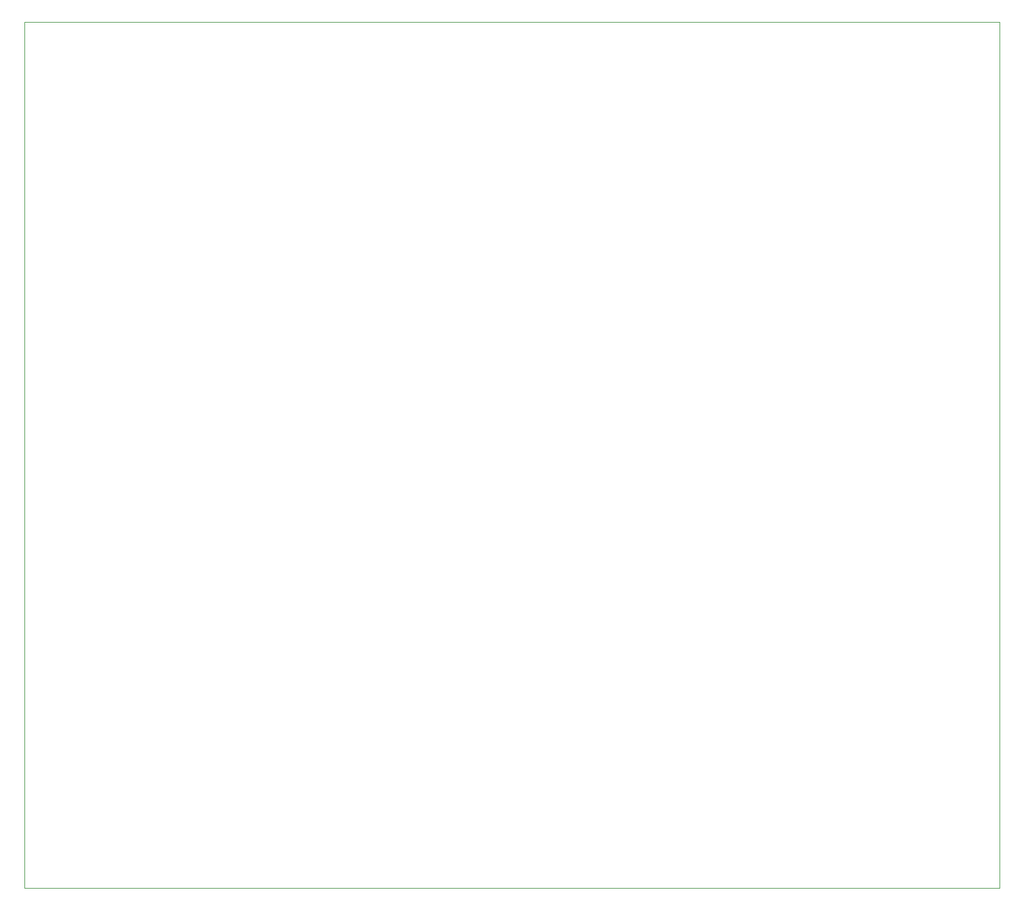
<source format=gm1>
%TF.GenerationSoftware,KiCad,Pcbnew,9.0.0*%
%TF.CreationDate,2025-12-10T15:51:30-08:00*%
%TF.ProjectId,cap_bank,6361705f-6261-46e6-9b2e-6b696361645f,rev?*%
%TF.SameCoordinates,Original*%
%TF.FileFunction,Profile,NP*%
%FSLAX46Y46*%
G04 Gerber Fmt 4.6, Leading zero omitted, Abs format (unit mm)*
G04 Created by KiCad (PCBNEW 9.0.0) date 2025-12-10 15:51:30*
%MOMM*%
%LPD*%
G01*
G04 APERTURE LIST*
%TA.AperFunction,Profile*%
%ADD10C,0.050000*%
%TD*%
G04 APERTURE END LIST*
D10*
X60000000Y-30000000D02*
X195000000Y-30000000D01*
X195000000Y-150000000D01*
X60000000Y-150000000D01*
X60000000Y-30000000D01*
M02*

</source>
